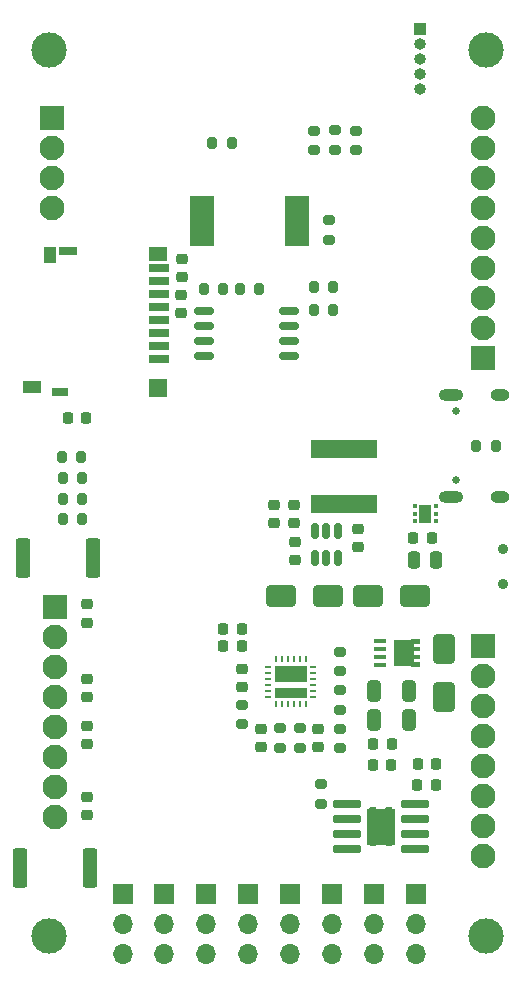
<source format=gbr>
%TF.GenerationSoftware,KiCad,Pcbnew,9.0.0*%
%TF.CreationDate,2025-04-29T15:48:10-04:00*%
%TF.ProjectId,Aurora Orbiton Edition,4175726f-7261-4204-9f72-6269746f6e20,rev?*%
%TF.SameCoordinates,Original*%
%TF.FileFunction,Soldermask,Bot*%
%TF.FilePolarity,Negative*%
%FSLAX46Y46*%
G04 Gerber Fmt 4.6, Leading zero omitted, Abs format (unit mm)*
G04 Created by KiCad (PCBNEW 9.0.0) date 2025-04-29 15:48:10*
%MOMM*%
%LPD*%
G01*
G04 APERTURE LIST*
G04 Aperture macros list*
%AMRoundRect*
0 Rectangle with rounded corners*
0 $1 Rounding radius*
0 $2 $3 $4 $5 $6 $7 $8 $9 X,Y pos of 4 corners*
0 Add a 4 corners polygon primitive as box body*
4,1,4,$2,$3,$4,$5,$6,$7,$8,$9,$2,$3,0*
0 Add four circle primitives for the rounded corners*
1,1,$1+$1,$2,$3*
1,1,$1+$1,$4,$5*
1,1,$1+$1,$6,$7*
1,1,$1+$1,$8,$9*
0 Add four rect primitives between the rounded corners*
20,1,$1+$1,$2,$3,$4,$5,0*
20,1,$1+$1,$4,$5,$6,$7,0*
20,1,$1+$1,$6,$7,$8,$9,0*
20,1,$1+$1,$8,$9,$2,$3,0*%
%AMFreePoly0*
4,1,21,1.372500,0.787500,0.862500,0.787500,0.862500,0.532500,1.372500,0.532500,1.372500,0.127500,0.862500,0.127500,0.862500,-0.127500,1.372500,-0.127500,1.372500,-0.532500,0.862500,-0.532500,0.862500,-0.787500,1.372500,-0.787500,1.372500,-1.195000,0.612500,-1.195000,0.612500,-1.117500,-0.862500,-1.117500,-0.862500,1.117500,0.612500,1.117500,0.612500,1.195000,1.372500,1.195000,
1.372500,0.787500,1.372500,0.787500,$1*%
G04 Aperture macros list end*
%ADD10RoundRect,0.250001X-0.799999X0.799999X-0.799999X-0.799999X0.799999X-0.799999X0.799999X0.799999X0*%
%ADD11C,2.100000*%
%ADD12C,3.000000*%
%ADD13R,1.700000X1.700000*%
%ADD14O,1.700000X1.700000*%
%ADD15RoundRect,0.250001X0.799999X-0.799999X0.799999X0.799999X-0.799999X0.799999X-0.799999X-0.799999X0*%
%ADD16R,1.000000X1.000000*%
%ADD17O,1.000000X1.000000*%
%ADD18C,0.650000*%
%ADD19O,2.100000X1.000000*%
%ADD20O,1.600000X1.000000*%
%ADD21C,0.900000*%
%ADD22RoundRect,0.225000X0.250000X-0.225000X0.250000X0.225000X-0.250000X0.225000X-0.250000X-0.225000X0*%
%ADD23RoundRect,0.225000X-0.250000X0.225000X-0.250000X-0.225000X0.250000X-0.225000X0.250000X0.225000X0*%
%ADD24RoundRect,0.225000X-0.225000X-0.250000X0.225000X-0.250000X0.225000X0.250000X-0.225000X0.250000X0*%
%ADD25RoundRect,0.200000X0.275000X-0.200000X0.275000X0.200000X-0.275000X0.200000X-0.275000X-0.200000X0*%
%ADD26RoundRect,0.200000X0.200000X0.275000X-0.200000X0.275000X-0.200000X-0.275000X0.200000X-0.275000X0*%
%ADD27RoundRect,0.200000X-0.200000X-0.275000X0.200000X-0.275000X0.200000X0.275000X-0.200000X0.275000X0*%
%ADD28RoundRect,0.250000X-1.000000X-0.650000X1.000000X-0.650000X1.000000X0.650000X-1.000000X0.650000X0*%
%ADD29RoundRect,0.250000X0.650000X-1.000000X0.650000X1.000000X-0.650000X1.000000X-0.650000X-1.000000X0*%
%ADD30RoundRect,0.150000X0.150000X-0.512500X0.150000X0.512500X-0.150000X0.512500X-0.150000X-0.512500X0*%
%ADD31RoundRect,0.225000X0.225000X0.250000X-0.225000X0.250000X-0.225000X-0.250000X0.225000X-0.250000X0*%
%ADD32RoundRect,0.200000X-0.275000X0.200000X-0.275000X-0.200000X0.275000X-0.200000X0.275000X0.200000X0*%
%ADD33R,0.575000X0.240000*%
%ADD34R,0.240000X0.575000*%
%ADD35R,2.700000X1.450000*%
%ADD36R,2.700000X0.850000*%
%ADD37R,5.700000X1.600000*%
%ADD38R,2.400000X3.100000*%
%ADD39RoundRect,0.070000X-1.100000X-0.250000X1.100000X-0.250000X1.100000X0.250000X-1.100000X0.250000X0*%
%ADD40C,0.770000*%
%ADD41RoundRect,0.093750X0.093750X0.106250X-0.093750X0.106250X-0.093750X-0.106250X0.093750X-0.106250X0*%
%ADD42R,1.000000X1.600000*%
%ADD43R,1.750000X0.700000*%
%ADD44R,1.000000X1.450000*%
%ADD45R,1.550000X1.000000*%
%ADD46R,1.500000X0.800000*%
%ADD47R,1.500000X1.300000*%
%ADD48R,1.500000X1.500000*%
%ADD49R,1.400000X0.800000*%
%ADD50RoundRect,0.250000X-0.325000X-0.650000X0.325000X-0.650000X0.325000X0.650000X-0.325000X0.650000X0*%
%ADD51R,2.000000X4.200000*%
%ADD52RoundRect,0.250000X1.000000X0.650000X-1.000000X0.650000X-1.000000X-0.650000X1.000000X-0.650000X0*%
%ADD53RoundRect,0.162500X-0.650000X-0.162500X0.650000X-0.162500X0.650000X0.162500X-0.650000X0.162500X0*%
%ADD54R,0.990000X0.405000*%
%ADD55FreePoly0,0.000000*%
%ADD56RoundRect,0.250000X-0.362500X-1.425000X0.362500X-1.425000X0.362500X1.425000X-0.362500X1.425000X0*%
%ADD57RoundRect,0.250000X-0.250000X-0.475000X0.250000X-0.475000X0.250000X0.475000X-0.250000X0.475000X0*%
G04 APERTURE END LIST*
D10*
%TO.C,J10*%
X129050000Y-99130000D03*
D11*
X129050000Y-101670000D03*
X129050000Y-104210000D03*
X129050000Y-106750000D03*
X129050000Y-109290000D03*
X129050000Y-111830000D03*
X129050000Y-114370000D03*
X129050000Y-116910000D03*
%TD*%
D12*
%TO.C,H3*%
X128500000Y-52000000D03*
%TD*%
D13*
%TO.C,M7*%
X156050000Y-123500000D03*
D14*
X156050000Y-126040000D03*
X156050000Y-128580000D03*
%TD*%
D12*
%TO.C,H1*%
X128500000Y-127000000D03*
%TD*%
D15*
%TO.C,J8*%
X165250000Y-78070000D03*
D11*
X165250000Y-75530000D03*
X165250000Y-72990000D03*
X165250000Y-70450000D03*
X165250000Y-67910000D03*
X165250000Y-65370000D03*
X165250000Y-62830000D03*
X165250000Y-60290000D03*
X165250000Y-57750000D03*
%TD*%
D13*
%TO.C,M2*%
X138300000Y-123500000D03*
D14*
X138300000Y-126040000D03*
X138300000Y-128580000D03*
%TD*%
D13*
%TO.C,M4*%
X145400000Y-123500000D03*
D14*
X145400000Y-126040000D03*
X145400000Y-128580000D03*
%TD*%
D13*
%TO.C,M5*%
X148950000Y-123500000D03*
D14*
X148950000Y-126040000D03*
X148950000Y-128580000D03*
%TD*%
D10*
%TO.C,J4*%
X128750000Y-57750000D03*
D11*
X128750000Y-60290000D03*
X128750000Y-62830000D03*
X128750000Y-65370000D03*
%TD*%
D13*
%TO.C,M6*%
X152500000Y-123500000D03*
D14*
X152500000Y-126040000D03*
X152500000Y-128580000D03*
%TD*%
D16*
%TO.C,J9*%
X159919076Y-50244481D03*
D17*
X159919076Y-51514481D03*
X159919076Y-52784481D03*
X159919076Y-54054481D03*
X159919076Y-55324481D03*
%TD*%
D13*
%TO.C,M3*%
X141850000Y-123500000D03*
D14*
X141850000Y-126040000D03*
X141850000Y-128580000D03*
%TD*%
D12*
%TO.C,H2*%
X165500000Y-52000000D03*
%TD*%
D13*
%TO.C,M1*%
X134750000Y-123500000D03*
D14*
X134750000Y-126040000D03*
X134750000Y-128580000D03*
%TD*%
D18*
%TO.C,J2*%
X163020000Y-88390000D03*
X163020000Y-82610000D03*
D19*
X162520000Y-89820000D03*
D20*
X166700000Y-89820000D03*
D19*
X162520000Y-81180000D03*
D20*
X166700000Y-81180000D03*
%TD*%
D21*
%TO.C,SW1*%
X167000000Y-97250000D03*
X167000000Y-94250000D03*
%TD*%
D12*
%TO.C,H4*%
X165500000Y-127000000D03*
%TD*%
D13*
%TO.C,M8*%
X159600000Y-123500000D03*
D14*
X159600000Y-126040000D03*
X159600000Y-128580000D03*
%TD*%
D10*
%TO.C,J11*%
X165250000Y-102500000D03*
D11*
X165250000Y-105040000D03*
X165250000Y-107580000D03*
X165250000Y-110120000D03*
X165250000Y-112660000D03*
X165250000Y-115200000D03*
X165250000Y-117740000D03*
X165250000Y-120280000D03*
%TD*%
D22*
%TO.C,C47*%
X131750000Y-116775000D03*
X131750000Y-115225000D03*
%TD*%
D23*
%TO.C,C28*%
X139750000Y-69700000D03*
X139750000Y-71250000D03*
%TD*%
D24*
%TO.C,C44*%
X159701049Y-114221187D03*
X161251049Y-114221187D03*
%TD*%
D22*
%TO.C,C4*%
X154660724Y-94103577D03*
X154660724Y-92553577D03*
%TD*%
D25*
%TO.C,R46*%
X151000000Y-60475000D03*
X151000000Y-58825000D03*
%TD*%
D26*
%TO.C,R18*%
X152575000Y-72050000D03*
X150925000Y-72050000D03*
%TD*%
D27*
%TO.C,R10*%
X164675000Y-85500000D03*
X166325000Y-85500000D03*
%TD*%
D28*
%TO.C,D1*%
X155500000Y-98250000D03*
X159500000Y-98250000D03*
%TD*%
D29*
%TO.C,D4*%
X162000000Y-106750000D03*
X162000000Y-102750000D03*
%TD*%
D25*
%TO.C,R9*%
X148087000Y-111075000D03*
X148087000Y-109425000D03*
%TD*%
D30*
%TO.C,U2*%
X152950000Y-95025000D03*
X152000000Y-95025000D03*
X151050000Y-95025000D03*
X151050000Y-92750000D03*
X152000000Y-92750000D03*
X152950000Y-92750000D03*
%TD*%
D24*
%TO.C,C1*%
X159360458Y-93355479D03*
X160910458Y-93355479D03*
%TD*%
D31*
%TO.C,C10*%
X144837000Y-102500000D03*
X143287000Y-102500000D03*
%TD*%
D32*
%TO.C,R8*%
X153177682Y-109454785D03*
X153177682Y-111104785D03*
%TD*%
D24*
%TO.C,C9*%
X155950000Y-112500000D03*
X157500000Y-112500000D03*
%TD*%
D22*
%TO.C,C15*%
X144900000Y-105950000D03*
X144900000Y-104400000D03*
%TD*%
D25*
%TO.C,R56*%
X152250000Y-68075000D03*
X152250000Y-66425000D03*
%TD*%
D33*
%TO.C,IC1*%
X150913000Y-104250000D03*
X150913000Y-104750000D03*
X150913000Y-105250000D03*
X150913000Y-105750000D03*
X150913000Y-106250000D03*
X150913000Y-106750000D03*
D34*
X150250000Y-107412000D03*
X149750000Y-107412000D03*
X149250000Y-107412000D03*
X148750000Y-107412000D03*
X148250000Y-107412000D03*
X147750000Y-107412000D03*
D33*
X147087000Y-106750000D03*
X147087000Y-106250000D03*
X147087000Y-105750000D03*
X147087000Y-105250000D03*
X147087000Y-104750000D03*
X147087000Y-104250000D03*
D34*
X147750000Y-103588000D03*
X148250000Y-103588000D03*
X148750000Y-103588000D03*
X149250000Y-103588000D03*
X149750000Y-103588000D03*
X150250000Y-103588000D03*
D35*
X149000000Y-104875000D03*
D36*
X149000000Y-106425000D03*
%TD*%
D23*
%TO.C,C17*%
X151337000Y-109475000D03*
X151337000Y-111025000D03*
%TD*%
D25*
%TO.C,R7*%
X144900000Y-109075000D03*
X144900000Y-107425000D03*
%TD*%
D37*
%TO.C,L1*%
X153500000Y-90462500D03*
X153500000Y-85762500D03*
%TD*%
D26*
%TO.C,R40*%
X143277500Y-72250000D03*
X141627500Y-72250000D03*
%TD*%
D32*
%TO.C,R11*%
X149740475Y-109425000D03*
X149740475Y-111075000D03*
%TD*%
D22*
%TO.C,C39*%
X131750000Y-106775000D03*
X131750000Y-105225000D03*
%TD*%
D32*
%TO.C,R6*%
X153177682Y-106204785D03*
X153177682Y-107854785D03*
%TD*%
D25*
%TO.C,R26*%
X151550000Y-115825000D03*
X151550000Y-114175000D03*
%TD*%
D38*
%TO.C,U8*%
X156626049Y-117771187D03*
D39*
X153751049Y-119676187D03*
X153751049Y-118406187D03*
X153751049Y-117136187D03*
X153751049Y-115866187D03*
X159501049Y-115866187D03*
X159501049Y-117136187D03*
X159501049Y-118406187D03*
X159501049Y-119676187D03*
D40*
X155976049Y-116471187D03*
X155976049Y-117771187D03*
X155976049Y-119071187D03*
X157276049Y-116471187D03*
X157276049Y-117771187D03*
X157276049Y-119071187D03*
%TD*%
D24*
%TO.C,C8*%
X155975000Y-110750000D03*
X157525000Y-110750000D03*
%TD*%
D27*
%TO.C,R1*%
X142335627Y-59905825D03*
X143985627Y-59905825D03*
%TD*%
D41*
%TO.C,U1*%
X161275000Y-90600000D03*
X161275000Y-91250000D03*
X161275000Y-91900000D03*
X159500000Y-91900000D03*
X159500000Y-91250000D03*
X159500000Y-90600000D03*
D42*
X160387500Y-91250000D03*
%TD*%
D43*
%TO.C,J5*%
X137850000Y-78175000D03*
X137850000Y-77075000D03*
X137850000Y-75975000D03*
X137850000Y-74875000D03*
X137850000Y-73775000D03*
X137850000Y-72675000D03*
X137850000Y-71575000D03*
X137850000Y-70475000D03*
D44*
X128625000Y-69350000D03*
D45*
X127050000Y-80575000D03*
D46*
X130125000Y-69025000D03*
D47*
X137725000Y-69275000D03*
D48*
X137725000Y-80625000D03*
D49*
X129475000Y-80975000D03*
%TD*%
D50*
%TO.C,C6*%
X156050000Y-108760000D03*
X159000000Y-108760000D03*
%TD*%
D24*
%TO.C,C43*%
X159726049Y-112471187D03*
X161276049Y-112471187D03*
%TD*%
D23*
%TO.C,C38*%
X131750000Y-98950000D03*
X131750000Y-100500000D03*
%TD*%
D51*
%TO.C,BZ1*%
X149500000Y-66500000D03*
X141500000Y-66500000D03*
%TD*%
D26*
%TO.C,R17*%
X152575000Y-74000000D03*
X150925000Y-74000000D03*
%TD*%
D52*
%TO.C,D3*%
X152166371Y-98250000D03*
X148166371Y-98250000D03*
%TD*%
D53*
%TO.C,U7*%
X141662500Y-77905000D03*
X141662500Y-76635000D03*
X141662500Y-75365000D03*
X141662500Y-74095000D03*
X148837500Y-74095000D03*
X148837500Y-75365000D03*
X148837500Y-76635000D03*
X148837500Y-77905000D03*
%TD*%
D23*
%TO.C,C16*%
X146434870Y-109465222D03*
X146434870Y-111015222D03*
%TD*%
D24*
%TO.C,C42*%
X130100505Y-83183670D03*
X131650505Y-83183670D03*
%TD*%
D50*
%TO.C,C7*%
X156050000Y-106250000D03*
X159000000Y-106250000D03*
%TD*%
D26*
%TO.C,R33*%
X131325000Y-90000000D03*
X129675000Y-90000000D03*
%TD*%
%TO.C,R37*%
X146325000Y-72250000D03*
X144675000Y-72250000D03*
%TD*%
D25*
%TO.C,R55*%
X154500000Y-60475000D03*
X154500000Y-58825000D03*
%TD*%
D31*
%TO.C,C11*%
X144837000Y-101000000D03*
X143287000Y-101000000D03*
%TD*%
D23*
%TO.C,C13*%
X147586925Y-90500000D03*
X147586925Y-92050000D03*
%TD*%
D54*
%TO.C,Q1*%
X156555000Y-104055000D03*
X156555000Y-103395000D03*
X156555000Y-102735000D03*
X156555000Y-102075000D03*
D55*
X158547500Y-103065000D03*
%TD*%
D26*
%TO.C,R25*%
X131325000Y-88250000D03*
X129675000Y-88250000D03*
%TD*%
D23*
%TO.C,C46*%
X131750000Y-109225000D03*
X131750000Y-110775000D03*
%TD*%
D56*
%TO.C,R51*%
X126037500Y-121250000D03*
X131962500Y-121250000D03*
%TD*%
D25*
%TO.C,R52*%
X152750000Y-60437500D03*
X152750000Y-58787500D03*
%TD*%
D26*
%TO.C,R22*%
X131250000Y-86500000D03*
X129600000Y-86500000D03*
%TD*%
%TO.C,R36*%
X131325000Y-91750000D03*
X129675000Y-91750000D03*
%TD*%
D57*
%TO.C,C2*%
X159406360Y-95220870D03*
X161306360Y-95220870D03*
%TD*%
D22*
%TO.C,C12*%
X149350000Y-95225000D03*
X149350000Y-93675000D03*
%TD*%
D23*
%TO.C,C14*%
X149257788Y-90508748D03*
X149257788Y-92058748D03*
%TD*%
D56*
%TO.C,R41*%
X126287500Y-95000000D03*
X132212500Y-95000000D03*
%TD*%
D22*
%TO.C,C19*%
X139696581Y-74300000D03*
X139696581Y-72750000D03*
%TD*%
D32*
%TO.C,R2*%
X153177682Y-102954785D03*
X153177682Y-104604785D03*
%TD*%
M02*

</source>
